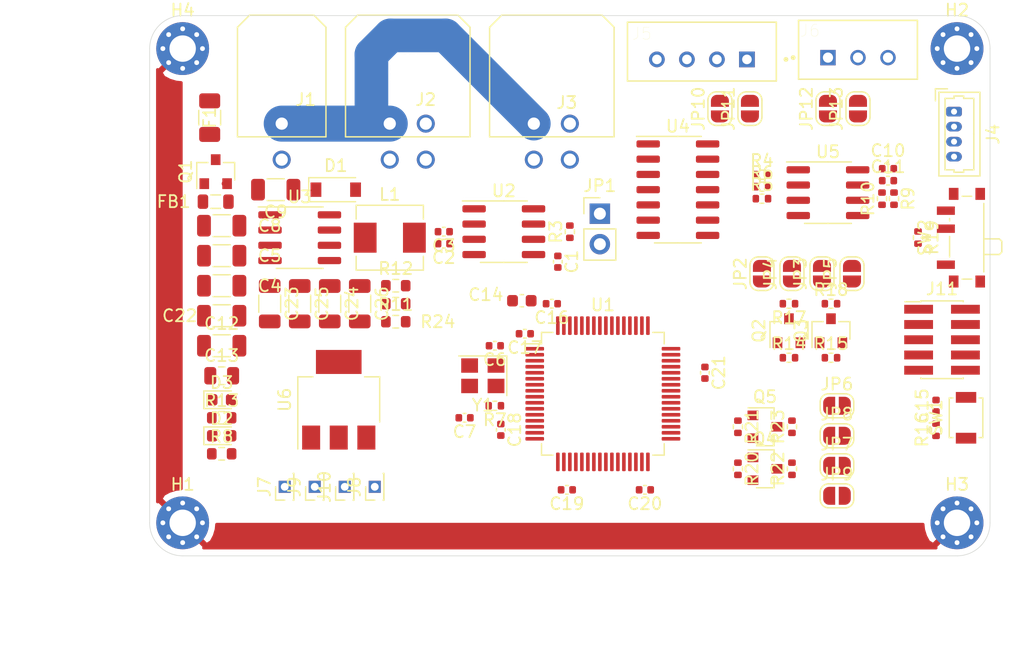
<source format=kicad_pcb>
(kicad_pcb (version 20171130) (host pcbnew 5.1.9-73d0e3b20d~88~ubuntu18.04.1)
  (title_block (title "Collision Avoidance Main Board") (date 2021-01-20) (rev V1.0) (company "Laboratório de Sistemas Autónomos") (comment 2 "Carlos Jorge Vieira da Silva"))
  (layers (0 F.Cu signal) (1 In1.Cu power hide) (2 In2.Cu power hide) (31 B.Cu signal) (34 B.Paste user) (35 F.Paste user) (36 B.SilkS user) (37 F.SilkS user) (38 B.Mask user) (39 F.Mask user hide) (44 Edge.Cuts user))
  (net 0 "")
  (net 1 GND)
  (net 2 +3V3)
  (net 3 +5V)
  (net 4 "Net-(C4-Pad1)")
  (net 5 HSE_IN)
  (net 6 "Net-(C7-Pad1)")
  (net 7 "Net-(C9-Pad1)")
  (net 8 "Net-(C9-Pad2)")
  (net 9 NRST)
  (net 10 "Net-(C22-Pad1)")
  (net 11 "Net-(C23-Pad2)")
  (net 12 "Net-(C23-Pad1)")
  (net 13 "Net-(D2-Pad1)")
  (net 14 LED_STATUS)
  (net 15 "Net-(D3-Pad1)")
  (net 16 "Net-(F1-Pad1)")
  (net 17 +12V)
  (net 18 "Net-(FB1-Pad1)")
  (net 19 CAN_L)
  (net 20 CAN_H)
  (net 21 UART2_Tx)
  (net 22 UART2_Rx)
  (net 23 Tx_Dynamixel)
  (net 24 Rx_Dynamixel)
  (net 25 Rx_PC)
  (net 26 Tx_PC)
  (net 27 SWDIO)
  (net 28 SWCLK)
  (net 29 SWO)
  (net 30 "Net-(J11-Pad7)")
  (net 31 "Net-(J11-Pad8)")
  (net 32 "Net-(JP1-Pad1)")
  (net 33 UART3_Tx_5V)
  (net 34 UART3_Tx_TTL)
  (net 35 UART3_Rx_5V)
  (net 36 UART3_Rx_TTL)
  (net 37 UART_Tx_485)
  (net 38 UART_Rx_485)
  (net 39 UART1_Tx_5V)
  (net 40 UART1_Rx_5V)
  (net 41 RS485_Tx_OUT)
  (net 42 RS485_Rx_OUT)
  (net 43 UART3_Tx)
  (net 44 UART3_Rx)
  (net 45 UART1_Tx)
  (net 46 UART1_Rx)
  (net 47 RS485_DIR_CTRL)
  (net 48 HSE_OUT)
  (net 49 "Net-(R12-Pad2)")
  (net 50 BOOT0)
  (net 51 "Net-(R19-Pad1)")
  (net 52 "Net-(U1-Pad2)")
  (net 53 "Net-(U1-Pad3)")
  (net 54 "Net-(U1-Pad4)")
  (net 55 "Net-(U1-Pad8)")
  (net 56 "Net-(U1-Pad9)")
  (net 57 "Net-(U1-Pad10)")
  (net 58 "Net-(U1-Pad11)")
  (net 59 "Net-(U1-Pad15)")
  (net 60 "Net-(U1-Pad20)")
  (net 61 "Net-(U1-Pad21)")
  (net 62 "Net-(U1-Pad22)")
  (net 63 "Net-(U1-Pad23)")
  (net 64 "Net-(U1-Pad24)")
  (net 65 "Net-(U1-Pad25)")
  (net 66 "Net-(U1-Pad26)")
  (net 67 "Net-(U1-Pad27)")
  (net 68 "Net-(U1-Pad28)")
  (net 69 "Net-(U1-Pad29)")
  (net 70 "Net-(U1-Pad30)")
  (net 71 "Net-(U1-Pad34)")
  (net 72 MOT_CTRL1)
  (net 73 MOT_CTRL2)
  (net 74 "Net-(U1-Pad37)")
  (net 75 "Net-(U1-Pad38)")
  (net 76 "Net-(U1-Pad39)")
  (net 77 "Net-(U1-Pad40)")
  (net 78 "Net-(U1-Pad41)")
  (net 79 "Net-(U1-Pad44)")
  (net 80 "Net-(U1-Pad45)")
  (net 81 "Net-(U1-Pad50)")
  (net 82 "Net-(U1-Pad53)")
  (net 83 "Net-(U1-Pad54)")
  (net 84 "Net-(U1-Pad56)")
  (net 85 "Net-(U1-Pad57)")
  (net 86 "Net-(U1-Pad58)")
  (net 87 "Net-(U1-Pad59)")
  (net 88 CAN_Rx)
  (net 89 CAN_Tx)
  (net 90 "Net-(U3-Pad3)")
  (net 91 "Net-(U4-Pad8)")
  (net 92 "Net-(U4-Pad9)")
  (net 93 "Net-(U4-Pad10)")
  (net 94 "Net-(U4-Pad11)")
  (net 95 "Net-(U4-Pad12)")
  (net 96 "Net-(U4-Pad13)")
  (module Capacitor_SMD:C_0402_1005Metric (layer F.Cu) (at 147.25 98.25 270)
    (fp_text reference C1 (at 0 -1.16 90) (layer F.SilkS))
    (fp_text value 0.1u)
    (pad 2 smd roundrect (at 0.48 0 270) (size 0.56 0.62) (layers F.Cu F.Paste F.Mask) (net 1 GND))
    (pad 1 smd roundrect (at -0.48 0 270) (size 0.56 0.62) (layers F.Cu F.Paste F.Mask) (net 2 +3V3))
  )
  (module Capacitor_SMD:C_0402_1005Metric (layer F.Cu) (at 137.75 96.75 180)
    (fp_text reference C2 (at 0 -1.16) (layer F.SilkS))
    (fp_text value 0.1u)
    (pad 2 smd roundrect (at 0.48 0 180) (size 0.56 0.62) (layers F.Cu F.Paste F.Mask) (net 1 GND))
    (pad 1 smd roundrect (at -0.48 0 180) (size 0.56 0.62) (layers F.Cu F.Paste F.Mask) (net 3 +5V))
  )
  (module Capacitor_SMD:C_0402_1005Metric (layer F.Cu) (at 137.75 95.75 180)
    (fp_text reference C3 (at 0 -1.16) (layer F.SilkS))
    (fp_text value 10u)
    (pad 1 smd roundrect (at -0.48 0 180) (size 0.56 0.62) (layers F.Cu F.Paste F.Mask) (net 3 +5V))
    (pad 2 smd roundrect (at 0.48 0 180) (size 0.56 0.62) (layers F.Cu F.Paste F.Mask) (net 1 GND))
  )
  (module Capacitor_SMD:C_1206_3216Metric (layer F.Cu) (at 119.25 100.25 180)
    (fp_text reference C4 (at -4 0) (layer F.SilkS))
    (fp_text value 4u7)
    (pad 1 smd roundrect (at -1.475 0 180) (size 1.15 1.8) (layers F.Cu F.Paste F.Mask) (roundrect_rratio 0.217391) (net 4 "Net-(C4-Pad1)"))
    (pad 2 smd roundrect (at 1.475 0 180) (size 1.15 1.8) (layers F.Cu F.Paste F.Mask) (roundrect_rratio 0.217391) (net 1 GND))
  )
  (module Capacitor_SMD:C_1206_3216Metric (layer F.Cu) (at 119.25 97.75 180)
    (fp_text reference C5 (at -4 0) (layer F.SilkS))
    (fp_text value 4u7)
    (pad 1 smd roundrect (at -1.475 0 180) (size 1.15 1.8) (layers F.Cu F.Paste F.Mask) (roundrect_rratio 0.217391) (net 4 "Net-(C4-Pad1)"))
    (pad 2 smd roundrect (at 1.475 0 180) (size 1.15 1.8) (layers F.Cu F.Paste F.Mask) (roundrect_rratio 0.217391) (net 1 GND))
  )
  (module Capacitor_SMD:C_0402_1005Metric (layer F.Cu) (at 142 105.25 180)
    (fp_text reference C6 (at 0 -1.16) (layer F.SilkS))
    (fp_text value 12p)
    (pad 1 smd roundrect (at -0.48 0 180) (size 0.56 0.62) (layers F.Cu F.Paste F.Mask) (net 5 HSE_IN))
    (pad 2 smd roundrect (at 0.48 0 180) (size 0.56 0.62) (layers F.Cu F.Paste F.Mask) (net 1 GND))
  )
  (module Capacitor_SMD:C_0402_1005Metric (layer F.Cu) (at 139.48 111.25 180)
    (fp_text reference C7 (at 0 -1.16) (layer F.SilkS))
    (fp_text value 12p)
    (pad 2 smd roundrect (at 0.48 0 180) (size 0.56 0.62) (layers F.Cu F.Paste F.Mask) (net 1 GND))
    (pad 1 smd roundrect (at -0.48 0 180) (size 0.56 0.62) (layers F.Cu F.Paste F.Mask) (net 6 "Net-(C7-Pad1)"))
  )
  (module Capacitor_SMD:C_1206_3216Metric (layer F.Cu) (at 119.25 95.25 180)
    (fp_text reference C8 (at -4 0) (layer F.SilkS))
    (fp_text value 0.01u)
    (pad 1 smd roundrect (at -1.475 0 180) (size 1.15 1.8) (layers F.Cu F.Paste F.Mask) (roundrect_rratio 0.217391) (net 4 "Net-(C4-Pad1)"))
    (pad 2 smd roundrect (at 1.475 0 180) (size 1.15 1.8) (layers F.Cu F.Paste F.Mask) (roundrect_rratio 0.217391) (net 1 GND))
  )
  (module Capacitor_SMD:C_1206_3216Metric (layer F.Cu) (at 123.75 92.25 180)
    (fp_text reference C9 (at 0 -1.85) (layer F.SilkS))
    (fp_text value 0.1u)
    (pad 1 smd roundrect (at -1.475 0 180) (size 1.15 1.8) (layers F.Cu F.Paste F.Mask) (roundrect_rratio 0.217391) (net 7 "Net-(C9-Pad1)"))
    (pad 2 smd roundrect (at 1.475 0 180) (size 1.15 1.8) (layers F.Cu F.Paste F.Mask) (roundrect_rratio 0.217391) (net 8 "Net-(C9-Pad2)"))
  )
  (module Capacitor_SMD:C_0402_1005Metric (layer F.Cu) (at 174.75 90.5)
    (fp_text reference C10 (at 0 -1.5) (layer F.SilkS))
    (fp_text value 10u)
    (pad 2 smd roundrect (at 0.48 0) (size 0.56 0.62) (layers F.Cu F.Paste F.Mask) (net 1 GND))
    (pad 1 smd roundrect (at -0.48 0) (size 0.56 0.62) (layers F.Cu F.Paste F.Mask) (net 3 +5V))
  )
  (module Capacitor_SMD:C_0402_1005Metric (layer F.Cu) (at 174.75 91.5)
    (fp_text reference C11 (at 0 -1.16) (layer F.SilkS))
    (fp_text value 0.1u)
    (pad 1 smd roundrect (at -0.48 0) (size 0.56 0.62) (layers F.Cu F.Paste F.Mask) (net 3 +5V))
    (pad 2 smd roundrect (at 0.48 0) (size 0.56 0.62) (layers F.Cu F.Paste F.Mask) (net 1 GND))
  )
  (module Capacitor_SMD:C_1206_3216Metric (layer F.Cu) (at 119.25 105.25)
    (fp_text reference C12 (at 0 -1.85) (layer F.SilkS))
    (fp_text value 0.1u)
    (pad 2 smd roundrect (at 1.475 0) (size 1.15 1.8) (layers F.Cu F.Paste F.Mask) (roundrect_rratio 0.217391) (net 1 GND))
    (pad 1 smd roundrect (at -1.475 0) (size 1.15 1.8) (layers F.Cu F.Paste F.Mask) (roundrect_rratio 0.217391) (net 3 +5V))
  )
  (module Capacitor_SMD:C_0805_2012Metric (layer F.Cu) (at 119.25 107.75)
    (fp_text reference C13 (at 0 -1.68) (layer F.SilkS))
    (fp_text value 22uF)
    (pad 1 smd roundrect (at -0.95 0) (size 1 1.45) (layers F.Cu F.Paste F.Mask) (net 2 +3V3))
    (pad 2 smd roundrect (at 0.95 0) (size 1 1.45) (layers F.Cu F.Paste F.Mask) (net 1 GND))
  )
  (module Capacitor_SMD:C_0603_1608Metric (layer F.Cu) (at 144.25 101.5 180)
    (fp_text reference C14 (at 3 0.5) (layer F.SilkS))
    (fp_text value 4u7)
    (pad 1 smd roundrect (at -0.775 0 180) (size 0.9 0.95) (layers F.Cu F.Paste F.Mask) (net 2 +3V3))
    (pad 2 smd roundrect (at 0.775 0 180) (size 0.9 0.95) (layers F.Cu F.Paste F.Mask) (net 1 GND))
  )
  (module Capacitor_SMD:C_0402_1005Metric (layer F.Cu) (at 178.75 110.25 90)
    (fp_text reference C15 (at 0 -1.16 90) (layer F.SilkS))
    (fp_text value 100n)
    (pad 2 smd roundrect (at 0.48 0 90) (size 0.56 0.62) (layers F.Cu F.Paste F.Mask) (net 1 GND))
    (pad 1 smd roundrect (at -0.48 0 90) (size 0.56 0.62) (layers F.Cu F.Paste F.Mask) (net 9 NRST))
  )
  (module Capacitor_SMD:C_0402_1005Metric (layer F.Cu) (at 146.75 101.75 180)
    (fp_text reference C16 (at 0 -1.16) (layer F.SilkS))
    (fp_text value 100n)
    (pad 1 smd roundrect (at -0.48 0 180) (size 0.56 0.62) (layers F.Cu F.Paste F.Mask) (net 2 +3V3))
    (pad 2 smd roundrect (at 0.48 0 180) (size 0.56 0.62) (layers F.Cu F.Paste F.Mask) (net 1 GND))
  )
  (module Capacitor_SMD:C_0402_1005Metric (layer F.Cu) (at 144.5 104.25 180)
    (fp_text reference C17 (at 0 -1.16) (layer F.SilkS))
    (fp_text value 100n)
    (pad 2 smd roundrect (at 0.48 0 180) (size 0.56 0.62) (layers F.Cu F.Paste F.Mask) (net 1 GND))
    (pad 1 smd roundrect (at -0.48 0 180) (size 0.56 0.62) (layers F.Cu F.Paste F.Mask) (net 2 +3V3))
  )
  (module Capacitor_SMD:C_0402_1005Metric (layer F.Cu) (at 142.5 112.25 270)
    (fp_text reference C18 (at 0 -1.16 90) (layer F.SilkS))
    (fp_text value 100n)
    (pad 1 smd roundrect (at -0.48 0 270) (size 0.56 0.62) (layers F.Cu F.Paste F.Mask) (net 2 +3V3))
    (pad 2 smd roundrect (at 0.48 0 270) (size 0.56 0.62) (layers F.Cu F.Paste F.Mask) (net 1 GND))
  )
  (module Capacitor_SMD:C_0402_1005Metric (layer F.Cu) (at 148 117.25 180)
    (fp_text reference C19 (at 0 -1.16) (layer F.SilkS))
    (fp_text value 100n)
    (pad 1 smd roundrect (at -0.48 0 180) (size 0.56 0.62) (layers F.Cu F.Paste F.Mask) (net 2 +3V3))
    (pad 2 smd roundrect (at 0.48 0 180) (size 0.56 0.62) (layers F.Cu F.Paste F.Mask) (net 1 GND))
  )
  (module Capacitor_SMD:C_0402_1005Metric (layer F.Cu) (at 154.5 117.25 180)
    (fp_text reference C20 (at 0 -1.16) (layer F.SilkS))
    (fp_text value 100n)
    (pad 2 smd roundrect (at 0.48 0 180) (size 0.56 0.62) (layers F.Cu F.Paste F.Mask) (net 1 GND))
    (pad 1 smd roundrect (at -0.48 0 180) (size 0.56 0.62) (layers F.Cu F.Paste F.Mask) (net 2 +3V3))
  )
  (module Capacitor_SMD:C_0402_1005Metric (layer F.Cu) (at 159.5 107.5 270)
    (fp_text reference C21 (at 0 -1.16 90) (layer F.SilkS))
    (fp_text value 100n)
    (pad 1 smd roundrect (at -0.48 0 270) (size 0.56 0.62) (layers F.Cu F.Paste F.Mask) (net 2 +3V3))
    (pad 2 smd roundrect (at 0.48 0 270) (size 0.56 0.62) (layers F.Cu F.Paste F.Mask) (net 1 GND))
  )
  (module Capacitor_SMD:C_1206_3216Metric (layer F.Cu) (at 119.25 102.75 180)
    (fp_text reference C22 (at 3.5 0) (layer F.SilkS))
    (fp_text value 0.01u)
    (pad 2 smd roundrect (at 1.475 0 180) (size 1.15 1.8) (layers F.Cu F.Paste F.Mask) (roundrect_rratio 0.217391) (net 1 GND))
    (pad 1 smd roundrect (at -1.475 0 180) (size 1.15 1.8) (layers F.Cu F.Paste F.Mask) (roundrect_rratio 0.217391) (net 10 "Net-(C22-Pad1)"))
  )
  (module Capacitor_SMD:C_1206_3216Metric (layer F.Cu) (at 123.25 101.75 270)
    (fp_text reference C23 (at 0 -1.85 90) (layer F.SilkS))
    (fp_text value 4700p)
    (pad 2 smd roundrect (at 1.475 0 270) (size 1.15 1.8) (layers F.Cu F.Paste F.Mask) (roundrect_rratio 0.217391) (net 11 "Net-(C23-Pad2)"))
    (pad 1 smd roundrect (at -1.475 0 270) (size 1.15 1.8) (layers F.Cu F.Paste F.Mask) (roundrect_rratio 0.217391) (net 12 "Net-(C23-Pad1)"))
  )
  (module Capacitor_SMD:C_1206_3216Metric (layer F.Cu) (at 128.25 101.75 270)
    (fp_text reference C24 (at 0 -1.85 90) (layer F.SilkS))
    (fp_text value 33u)
    (pad 1 smd roundrect (at -1.475 0 270) (size 1.15 1.8) (layers F.Cu F.Paste F.Mask) (roundrect_rratio 0.217391) (net 3 +5V))
    (pad 2 smd roundrect (at 1.475 0 270) (size 1.15 1.8) (layers F.Cu F.Paste F.Mask) (roundrect_rratio 0.217391) (net 1 GND))
  )
  (module Capacitor_SMD:C_1206_3216Metric (layer F.Cu) (at 125.75 101.75 270)
    (fp_text reference C25 (at 0 -1.85 90) (layer F.SilkS))
    (fp_text value 39p)
    (pad 2 smd roundrect (at 1.475 0 270) (size 1.15 1.8) (layers F.Cu F.Paste F.Mask) (roundrect_rratio 0.217391) (net 1 GND))
    (pad 1 smd roundrect (at -1.475 0 270) (size 1.15 1.8) (layers F.Cu F.Paste F.Mask) (roundrect_rratio 0.217391) (net 12 "Net-(C23-Pad1)"))
  )
  (module Capacitor_SMD:C_1206_3216Metric (layer F.Cu) (at 130.75 101.75 270)
    (fp_text reference C26 (at 0 -1.85 90) (layer F.SilkS))
    (fp_text value 33u)
    (pad 2 smd roundrect (at 1.475 0 270) (size 1.15 1.8) (layers F.Cu F.Paste F.Mask) (roundrect_rratio 0.217391) (net 1 GND))
    (pad 1 smd roundrect (at -1.475 0 270) (size 1.15 1.8) (layers F.Cu F.Paste F.Mask) (roundrect_rratio 0.217391) (net 3 +5V))
  )
  (module Diode_SMD:D_SOD-123 (layer F.Cu) (at 128.75 92.25)
    (fp_text reference D1 (at 0 -2) (layer F.SilkS))
    (fp_text value B5819W)
    (pad 1 smd rect (at -1.65 0) (size 0.9 1.2) (layers F.Cu F.Paste F.Mask) (net 7 "Net-(C9-Pad1)"))
    (pad 2 smd rect (at 1.65 0) (size 0.9 1.2) (layers F.Cu F.Paste F.Mask) (net 1 GND))
  )
  (module LED_SMD:LED_0603_1608Metric (layer F.Cu) (at 119.25 112.75)
    (fp_text reference D2 (at 0 -1.43) (layer F.SilkS))
    (fp_text value BLUE)
    (pad 1 smd roundrect (at -0.7875 0) (size 0.875 0.95) (layers F.Cu F.Paste F.Mask) (net 13 "Net-(D2-Pad1)"))
    (pad 2 smd roundrect (at 0.7875 0) (size 0.875 0.95) (layers F.Cu F.Paste F.Mask) (net 14 LED_STATUS))
  )
  (module LED_SMD:LED_0603_1608Metric (layer F.Cu) (at 119.25 109.75)
    (fp_text reference D3 (at 0 -1.43) (layer F.SilkS))
    (fp_text value GREEN)
    (pad 2 smd roundrect (at 0.7875 0) (size 0.875 0.95) (layers F.Cu F.Paste F.Mask) (net 2 +3V3))
    (pad 1 smd roundrect (at -0.7875 0) (size 0.875 0.95) (layers F.Cu F.Paste F.Mask) (net 15 "Net-(D3-Pad1)"))
  )
  (module Fuse:Fuse_1206_3216Metric (layer F.Cu) (at 118.25 86.25 90)
    (fp_text reference F1 (at 0 0 270) (layer F.SilkS))
    (fp_text value 1.2A)
    (pad 1 smd roundrect (at -1.4 0 90) (size 1.25 1.75) (layers F.Cu F.Paste F.Mask) (roundrect_rratio 0.2) (net 16 "Net-(F1-Pad1)"))
    (pad 2 smd roundrect (at 1.4 0 90) (size 1.25 1.75) (layers F.Cu F.Paste F.Mask) (roundrect_rratio 0.2) (net 17 +12V))
  )
  (module Inductor_SMD:L_0805_2012Metric (layer F.Cu) (at 118.75 93.25)
    (fp_text reference FB1 (at -3.5 0) (layer F.SilkS))
    (fp_text value 600@600MHz)
    (pad 1 smd roundrect (at -1.0625 0) (size 0.875 1.2) (layers F.Cu F.Paste F.Mask) (net 18 "Net-(FB1-Pad1)"))
    (pad 2 smd roundrect (at 1.0625 0) (size 0.875 1.2) (layers F.Cu F.Paste F.Mask) (net 4 "Net-(C4-Pad1)"))
  )
  (module MountingHole:MountingHole_2.2mm_M2_Pad_Via (layer F.Cu) (at 116 120)
    (fp_text reference H1 (at 0 -3.2) (layer F.SilkS))
    (fp_text value M2)
    (pad 1 thru_hole circle (at 0 0) (size 4.4 4.4) (drill 2.2) (layers *.Cu *.Mask) (net 1 GND))
    (pad 1 thru_hole circle (at 1.65 0) (size 0.7 0.7) (drill 0.4) (layers *.Cu *.Mask) (net 1 GND))
    (pad 1 thru_hole circle (at 1.166726 1.166726) (size 0.7 0.7) (drill 0.4) (layers *.Cu *.Mask) (net 1 GND))
    (pad 1 thru_hole circle (at 0 1.65) (size 0.7 0.7) (drill 0.4) (layers *.Cu *.Mask) (net 1 GND))
    (pad 1 thru_hole circle (at -1.166726 1.166726) (size 0.7 0.7) (drill 0.4) (layers *.Cu *.Mask) (net 1 GND))
    (pad 1 thru_hole circle (at -1.65 0) (size 0.7 0.7) (drill 0.4) (layers *.Cu *.Mask) (net 1 GND))
    (pad 1 thru_hole circle (at -1.166726 -1.166726) (size 0.7 0.7) (drill 0.4) (layers *.Cu *.Mask) (net 1 GND))
    (pad 1 thru_hole circle (at 0 -1.65) (size 0.7 0.7) (drill 0.4) (layers *.Cu *.Mask) (net 1 GND))
    (pad 1 thru_hole circle (at 1.166726 -1.166726) (size 0.7 0.7) (drill 0.4) (layers *.Cu *.Mask) (net 1 GND))
  )
  (module MountingHole:MountingHole_2.2mm_M2_Pad_Via (layer F.Cu) (at 180.5 80.5)
    (fp_text reference H2 (at 0 -3.2) (layer F.SilkS))
    (fp_text value M2)
    (pad 1 thru_hole circle (at 1.166726 -1.166726) (size 0.7 0.7) (drill 0.4) (layers *.Cu *.Mask) (net 1 GND))
    (pad 1 thru_hole circle (at 0 -1.65) (size 0.7 0.7) (drill 0.4) (layers *.Cu *.Mask) (net 1 GND))
    (pad 1 thru_hole circle (at -1.166726 -1.166726) (size 0.7 0.7) (drill 0.4) (layers *.Cu *.Mask) (net 1 GND))
    (pad 1 thru_hole circle (at -1.65 0) (size 0.7 0.7) (drill 0.4) (layers *.Cu *.Mask) (net 1 GND))
    (pad 1 thru_hole circle (at -1.166726 1.166726) (size 0.7 0.7) (drill 0.4) (layers *.Cu *.Mask) (net 1 GND))
    (pad 1 thru_hole circle (at 0 1.65) (size 0.7 0.7) (drill 0.4) (layers *.Cu *.Mask) (net 1 GND))
    (pad 1 thru_hole circle (at 1.166726 1.166726) (size 0.7 0.7) (drill 0.4) (layers *.Cu *.Mask) (net 1 GND))
    (pad 1 thru_hole circle (at 1.65 0) (size 0.7 0.7) (drill 0.4) (layers *.Cu *.Mask) (net 1 GND))
    (pad 1 thru_hole circle (at 0 0) (size 4.4 4.4) (drill 2.2) (layers *.Cu *.Mask) (net 1 GND))
  )
  (module MountingHole:MountingHole_2.2mm_M2_Pad_Via (layer F.Cu) (at 180.5 120)
    (fp_text reference H3 (at 0 -3.2) (layer F.SilkS))
    (fp_text value M2)
    (pad 1 thru_hole circle (at 0 0) (size 4.4 4.4) (drill 2.2) (layers *.Cu *.Mask) (net 1 GND))
    (pad 1 thru_hole circle (at 1.65 0) (size 0.7 0.7) (drill 0.4) (layers *.Cu *.Mask) (net 1 GND))
    (pad 1 thru_hole circle (at 1.166726 1.166726) (size 0.7 0.7) (drill 0.4) (layers *.Cu *.Mask) (net 1 GND))
    (pad 1 thru_hole circle (at 0 1.65) (size 0.7 0.7) (drill 0.4) (layers *.Cu *.Mask) (net 1 GND))
    (pad 1 thru_hole circle (at -1.166726 1.166726) (size 0.7 0.7) (drill 0.4) (layers *.Cu *.Mask) (net 1 GND))
    (pad 1 thru_hole circle (at -1.65 0) (size 0.7 0.7) (drill 0.4) (layers *.Cu *.Mask) (net 1 GND))
    (pad 1 thru_hole circle (at -1.166726 -1.166726) (size 0.7 0.7) (drill 0.4) (layers *.Cu *.Mask) (net 1 GND))
    (pad 1 thru_hole circle (at 0 -1.65) (size 0.7 0.7) (drill 0.4) (layers *.Cu *.Mask) (net 1 GND))
    (pad 1 thru_hole circle (at 1.166726 -1.166726) (size 0.7 0.7) (drill 0.4) (layers *.Cu *.Mask) (net 1 GND))
  )
  (module MountingHole:MountingHole_2.2mm_M2_Pad_Via (layer F.Cu) (at 116 80.5)
    (fp_text reference H4 (at 0 -3.2) (layer F.SilkS))
    (fp_text value M2)
    (pad 1 thru_hole circle (at 1.166726 -1.166726) (size 0.7 0.7) (drill 0.4) (layers *.Cu *.Mask) (net 1 GND))
    (pad 1 thru_hole circle (at 0 -1.65) (size 0.7 0.7) (drill 0.4) (layers *.Cu *.Mask) (net 1 GND))
    (pad 1 thru_hole circle (at -1.166726 -1.166726) (size 0.7 0.7) (drill 0.4) (layers *.Cu *.Mask) (net 1 GND))
    (pad 1 thru_hole circle (at -1.65 0) (size 0.7 0.7) (drill 0.4) (layers *.Cu *.Mask) (net 1 GND))
    (pad 1 thru_hole circle (at -1.166726 1.166726) (size 0.7 0.7) (drill 0.4) (layers *.Cu *.Mask) (net 1 GND))
    (pad 1 thru_hole circle (at 0 1.65) (size 0.7 0.7) (drill 0.4) (layers *.Cu *.Mask) (net 1 GND))
    (pad 1 thru_hole circle (at 1.166726 1.166726) (size 0.7 0.7) (drill 0.4) (layers *.Cu *.Mask) (net 1 GND))
    (pad 1 thru_hole circle (at 1.65 0) (size 0.7 0.7) (drill 0.4) (layers *.Cu *.Mask) (net 1 GND))
    (pad 1 thru_hole circle (at 0 0) (size 4.4 4.4) (drill 2.2) (layers *.Cu *.Mask) (net 1 GND))
  )
  (module Connector_Molex:Molex_Micro-Fit_3.0_43045-0200_2x01_P3.00mm_Horizontal (layer F.Cu) (at 124.25 86.75)
    (fp_text reference J1 (at 2 -2) (layer F.SilkS))
    (fp_text value Power_Input_12V)
    (pad "" np_thru_hole circle (at 0 -4.32) (size 3 3) (drill 3) (layers *.Cu *.Mask))
    (pad 1 thru_hole roundrect (at 0 0) (size 1.5 1.5) (drill 1.02) (layers *.Cu *.Mask) (roundrect_rratio 0.166667) (net 17 +12V))
    (pad 2 thru_hole circle (at 0 3) (size 1.5 1.5) (drill 1.02) (layers *.Cu *.Mask) (net 1 GND))
  )
  (module Connector_Molex:Molex_Micro-Fit_3.0_43045-0400_2x02_P3.00mm_Horizontal (layer F.Cu) (at 133.25 86.75)
    (fp_text reference J2 (at 3 -2) (layer F.SilkS))
    (fp_text value CAN_IN)
    (pad 4 thru_hole circle (at 3 3) (size 1.5 1.5) (drill 1.02) (layers *.Cu *.Mask) (net 1 GND))
    (pad 3 thru_hole circle (at 0 3) (size 1.5 1.5) (drill 1.02) (layers *.Cu *.Mask) (net 19 CAN_L))
    (pad 2 thru_hole circle (at 3 0) (size 1.5 1.5) (drill 1.02) (layers *.Cu *.Mask) (net 20 CAN_H))
    (pad 1 thru_hole roundrect (at 0 0) (size 1.5 1.5) (drill 1.02) (layers *.Cu *.Mask) (roundrect_rratio 0.166667) (net 17 +12V))
    (pad "" np_thru_hole circle (at 1.5 -4.32) (size 3 3) (drill 3) (layers *.Cu *.Mask))
  )
  (module Connector_Molex:Molex_Micro-Fit_3.0_43045-0400_2x02_P3.00mm_Horizontal (layer F.Cu) (at 145.25 86.75)
    (fp_text reference J3 (at 2.75 -1.75) (layer F.SilkS))
    (fp_text value CAN_OUT)
    (pad "" np_thru_hole circle (at 1.5 -4.32) (size 3 3) (drill 3) (layers *.Cu *.Mask))
    (pad 1 thru_hole roundrect (at 0 0) (size 1.5 1.5) (drill 1.02) (layers *.Cu *.Mask) (roundrect_rratio 0.166667) (net 17 +12V))
    (pad 2 thru_hole circle (at 3 0) (size 1.5 1.5) (drill 1.02) (layers *.Cu *.Mask) (net 20 CAN_H))
    (pad 3 thru_hole circle (at 0 3) (size 1.5 1.5) (drill 1.02) (layers *.Cu *.Mask) (net 19 CAN_L))
    (pad 4 thru_hole circle (at 3 3) (size 1.5 1.5) (drill 1.02) (layers *.Cu *.Mask) (net 1 GND))
  )
  (module Connector_Molex:Molex_PicoBlade_53047-0410_1x04_P1.25mm_Vertical (layer F.Cu) (at 180.25 85.75 270)
    (fp_text reference J4 (at 1.88 -3.25 90) (layer F.SilkS))
    (fp_text value LiDAR)
    (pad 1 thru_hole roundrect (at 0 0 270) (size 0.8 1.3) (drill 0.5) (layers *.Cu *.Mask) (net 3 +5V))
    (pad 2 thru_hole oval (at 1.25 0 270) (size 0.8 1.3) (drill 0.5) (layers *.Cu *.Mask) (net 21 UART2_Tx))
    (pad 3 thru_hole oval (at 2.5 0 270) (size 0.8 1.3) (drill 0.5) (layers *.Cu *.Mask) (net 22 UART2_Rx))
    (pad 4 thru_hole oval (at 3.75 0 270) (size 0.8 1.3) (drill 0.5) (layers *.Cu *.Mask) (net 1 GND))
  )
  (module local:MOLEX_22-03-5045 (layer F.Cu) (at 159.25 80.75 180)
    (fp_text reference J5 (at 5 1.5) (layer F.SilkS) (effects (font (size 1.001331 1.001331) (thickness 0.015))))
    (fp_text value Dynamixel)
    (pad 4 thru_hole circle (at 3.75 -0.65 180) (size 1.308 1.308) (drill 0.8) (layers *.Cu *.Mask) (net 24 Rx_Dynamixel))
    (pad 3 thru_hole circle (at 1.25 -0.65 180) (size 1.308 1.308) (drill 0.8) (layers *.Cu *.Mask) (net 23 Tx_Dynamixel))
    (pad 2 thru_hole circle (at -1.25 -0.65 180) (size 1.308 1.308) (drill 0.8) (layers *.Cu *.Mask) (net 1 GND))
    (pad 1 thru_hole rect (at -3.75 -0.65 180) (size 1.308 1.308) (drill 0.8) (layers *.Cu *.Mask) (net 17 +12V))
  )
  (module local:MOLEX_22-03-5035 (layer F.Cu) (at 169.75 81.25)
    (fp_text reference J6 (at -1.5 -2.25) (layer F.SilkS) (effects (font (size 1.001331 1.001331) (thickness 0.015))))
    (fp_text value PC)
    (pad 1 thru_hole rect (at 0 0) (size 1.28 1.28) (drill 0.85) (layers *.Cu *.Mask) (net 26 Tx_PC))
    (pad 2 thru_hole circle (at 2.5 0) (size 1.28 1.28) (drill 0.85) (layers *.Cu *.Mask) (net 25 Rx_PC))
    (pad 3 thru_hole circle (at 5 0) (size 1.28 1.28) (drill 0.85) (layers *.Cu *.Mask) (net 1 GND))
  )
  (module Connector_PinHeader_1.27mm:PinHeader_1x01_P1.27mm_Vertical (layer F.Cu) (at 124.5 117 90)
    (fp_text reference J7 (at 0 -1.695 90) (layer F.SilkS))
    (fp_text value 3V3)
    (pad 1 thru_hole rect (at 0 0 90) (size 1 1) (drill 0.65) (layers *.Cu *.Mask) (net 2 +3V3))
  )
  (module Connector_PinHeader_1.27mm:PinHeader_1x01_P1.27mm_Vertical (layer F.Cu) (at 132 117 90)
    (fp_text reference J8 (at 0 -1.695 90) (layer F.SilkS))
    (fp_text value 5V)
    (pad 1 thru_hole rect (at 0 0 90) (size 1 1) (drill 0.65) (layers *.Cu *.Mask) (net 3 +5V))
  )
  (module Connector_PinHeader_1.27mm:PinHeader_1x01_P1.27mm_Vertical (layer F.Cu) (at 127 117 90)
    (fp_text reference J9 (at 0 -1.695 90) (layer F.SilkS))
    (fp_text value 12V)
    (pad 1 thru_hole rect (at 0 0 90) (size 1 1) (drill 0.65) (layers *.Cu *.Mask) (net 17 +12V))
  )
  (module Connector_PinHeader_1.27mm:PinHeader_1x01_P1.27mm_Vertical (layer F.Cu) (at 129.5 117 90)
    (fp_text reference J10 (at 0 -1.695 90) (layer F.SilkS))
    (fp_text value GND)
    (pad 1 thru_hole rect (at 0 0 90) (size 1 1) (drill 0.65) (layers *.Cu *.Mask) (net 1 GND))
  )
  (module Connector_PinHeader_1.27mm:PinHeader_2x05_P1.27mm_Vertical_SMD (layer F.Cu) (at 179.25 104.75)
    (fp_text reference J11 (at 0 -4.235) (layer F.SilkS))
    (fp_text value SWD)
    (pad 1 smd rect (at -1.95 -2.54) (size 2.4 0.74) (layers F.Cu F.Paste F.Mask) (net 2 +3V3))
    (pad 2 smd rect (at 1.95 -2.54) (size 2.4 0.74) (layers F.Cu F.Paste F.Mask) (net 27 SWDIO))
    (pad 3 smd rect (at -1.95 -1.27) (size 2.4 0.74) (layers F.Cu F.Paste F.Mask) (net 1 GND))
    (pad 4 smd rect (at 1.95 -1.27) (size 2.4 0.74) (layers F.Cu F.Paste F.Mask) (net 28 SWCLK))
    (pad 5 smd rect (at -1.95 0) (size 2.4 0.74) (layers F.Cu F.Paste F.Mask) (net 1 GND))
    (pad 6 smd rect (at 1.95 0) (size 2.4 0.74) (layers F.Cu F.Paste F.Mask) (net 29 SWO))
    (pad 7 smd rect (at -1.95 1.27) (size 2.4 0.74) (layers F.Cu F.Paste F.Mask) (net 30 "Net-(J11-Pad7)"))
    (pad 8 smd rect (at 1.95 1.27) (size 2.4 0.74) (layers F.Cu F.Paste F.Mask) (net 31 "Net-(J11-Pad8)"))
    (pad 9 smd rect (at -1.95 2.54) (size 2.4 0.74) (layers F.Cu F.Paste F.Mask) (net 1 GND))
    (pad 10 smd rect (at 1.95 2.54) (size 2.4 0.74) (layers F.Cu F.Paste F.Mask) (net 9 NRST))
  )
  (module Connector_PinHeader_2.54mm:PinHeader_1x02_P2.54mm_Vertical (layer F.Cu) (at 150.75 94.25)
    (fp_text reference JP1 (at 0 -2.33) (layer F.SilkS))
    (fp_text value Jumper_2_Open)
    (pad 1 thru_hole rect (at 0 0) (size 1.7 1.7) (drill 1) (layers *.Cu *.Mask) (net 32 "Net-(JP1-Pad1)"))
    (pad 2 thru_hole oval (at 0 2.54) (size 1.7 1.7) (drill 1) (layers *.Cu *.Mask) (net 20 CAN_H))
  )
  (module Jumper:SolderJumper-2_P1.3mm_Open_RoundedPad1.0x1.5mm (layer F.Cu) (at 164.25 99.25 90)
    (fp_text reference JP2 (at 0 -1.8 90) (layer F.SilkS))
    (fp_text value SolderJumper_2_Open)
    (pad 1 smd custom (at -0.65 0 90) (size 1 0.5) (layers F.Cu F.Mask) (net 33 UART3_Tx_5V) (options (clearance outline) (anchor rect)) (primitives (gr_circle (center 0 0.25) (end 0.5 0.25) (width 0)) (gr_circle (center 0 -0.25) (end 0.5 -0.25) (width 0)) (gr_poly (pts (xy 0 -0.75) (xy 0.5 -0.75) (xy 0.5 0.75) (xy 0 0.75)) (width 0))))
    (pad 2 smd custom (at 0.65 0 90) (size 1 0.5) (layers F.Cu F.Mask) (net 34 UART3_Tx_TTL) (options (clearance outline) (anchor rect)) (primitives (gr_circle (center 0 0.25) (end 0.5 0.25) (width 0)) (gr_circle (center 0 -0.25) (end 0.5 -0.25) (width 0)) (gr_poly (pts (xy 0 -0.75) (xy -0.5 -0.75) (xy -0.5 0.75) (xy 0 0.75)) (width 0))))
  )
  (module Jumper:SolderJumper-2_P1.3mm_Open_RoundedPad1.0x1.5mm (layer F.Cu) (at 169.25 99.25 90)
    (fp_text reference JP3 (at 0 -1.8 90) (layer F.SilkS))
    (fp_text value SolderJumper_2_Open)
    (pad 1 smd custom (at -0.65 0 90) (size 1 0.5) (layers F.Cu F.Mask) (net 35 UART3_Rx_5V) (options (clearance outline) (anchor rect)) (primitives (gr_circle (center 0 0.25) (end 0.5 0.25) (width 0)) (gr_circle (center 0 -0.25) (end 0.5 -0.25) (width 0)) (gr_poly (pts (xy 0 -0.75) (xy 0.5 -0.75) (xy 0.5 0.75) (xy 0 0.75)) (width 0))))
    (pad 2 smd custom (at 0.65 0 90) (size 1 0.5) (layers F.Cu F.Mask) (net 36 UART3_Rx_TTL) (options (clearance outline) (anchor rect)) (primitives (gr_circle (center 0 0.25) (end 0.5 0.25) (width 0)) (gr_circle (center 0 -0.25) (end 0.5 -0.25) (width 0)) (gr_poly (pts (xy 0 -0.75) (xy -0.5 -0.75) (xy -0.5 0.75) (xy 0 0.75)) (width 0))))
  )
  (module Jumper:SolderJumper-2_P1.3mm_Open_RoundedPad1.0x1.5mm (layer F.Cu) (at 166.75 99.25 90)
    (fp_text reference JP4 (at 0 -1.8 90) (layer F.SilkS))
    (fp_text value SolderJumper_2_Open)
    (pad 2 smd custom (at 0.65 0 90) (size 1 0.5) (layers F.Cu F.Mask) (net 37 UART_Tx_485) (options (clearance outline) (anchor rect)) (primitives (gr_circle (center 0 0.25) (end 0.5 0.25) (width 0)) (gr_circle (center 0 -0.25) (end 0.5 -0.25) (width 0)) (gr_poly (pts (xy 0 -0.75) (xy -0.5 -0.75) (xy -0.5 0.75) (xy 0 0.75)) (width 0))))
    (pad 1 smd custom (at -0.65 0 90) (size 1 0.5) (layers F.Cu F.Mask) (net 33 UART3_Tx_5V) (options (clearance outline) (anchor rect)) (primitives (gr_circle (center 0 0.25) (end 0.5 0.25) (width 0)) (gr_circle (center 0 -0.25) (end 0.5 -0.25) (width 0)) (gr_poly (pts (xy 0 -0.75) (xy 0.5 -0.75) (xy 0.5 0.75) (xy 0 0.75)) (width 0))))
  )
  (module Jumper:SolderJumper-2_P1.3mm_Open_RoundedPad1.0x1.5mm (layer F.Cu) (at 171.75 99.25 90)
    (fp_text reference JP5 (at 0 -1.8 90) (layer F.SilkS))
    (fp_text value SolderJumper_2_Open)
    (pad 1 smd custom (at -0.65 0 90) (size 1 0.5) (layers F.Cu F.Mask) (net 35 UART3_Rx_5V) (options (clearance outline) (anchor rect)) (primitives (gr_circle (center 0 0.25) (end 0.5 0.25) (width 0)) (gr_circle (center 0 -0.25) (end 0.5 -0.25) (width 0)) (gr_poly (pts (xy 0 -0.75) (xy 0.5 -0.75) (xy 0.5 0.75) (xy 0 0.75)) (width 0))))
    (pad 2 smd custom (at 0.65 0 90) (size 1 0.5) (layers F.Cu F.Mask) (net 38 UART_Rx_485) (options (clearance outline) (anchor rect)) (primitives (gr_circle (center 0 0.25) (end 0.5 0.25) (width 0)) (gr_circle (center 0 -0.25) (end 0.5 -0.25) (width 0)) (gr_poly (pts (xy 0 -0.75) (xy -0.5 -0.75) (xy -0.5 0.75) (xy 0 0.75)) (width 0))))
  )
  (module Jumper:SolderJumper-2_P1.3mm_Open_RoundedPad1.0x1.5mm (layer F.Cu) (at 170.5 110.25)
    (fp_text reference JP6 (at 0 -1.8) (layer F.SilkS))
    (fp_text value SolderJumper_2_Open)
    (pad 1 smd custom (at -0.65 0) (size 1 0.5) (layers F.Cu F.Mask) (net 39 UART1_Tx_5V) (options (clearance outline) (anchor rect)) (primitives (gr_circle (center 0 0.25) (end 0.5 0.25) (width 0)) (gr_circle (center 0 -0.25) (end 0.5 -0.25) (width 0)) (gr_poly (pts (xy 0 -0.75) (xy 0.5 -0.75) (xy 0.5 0.75) (xy 0 0.75)) (width 0))))
    (pad 2 smd custom (at 0.65 0) (size 1 0.5) (layers F.Cu F.Mask) (net 26 Tx_PC) (options (clearance outline) (anchor rect)) (primitives (gr_circle (center 0 0.25) (end 0.5 0.25) (width 0)) (gr_circle (center 0 -0.25) (end 0.5 -0.25) (width 0)) (gr_poly (pts (xy 0 -0.75) (xy -0.5 -0.75) (xy -0.5 0.75) (xy 0 0.75)) (width 0))))
  )
  (module Jumper:SolderJumper-2_P1.3mm_Open_RoundedPad1.0x1.5mm (layer F.Cu) (at 170.5 115.25)
    (fp_text reference JP7 (at 0 -1.8) (layer F.SilkS))
    (fp_text value SolderJumper_2_Open)
    (pad 2 smd custom (at 0.65 0) (size 1 0.5) (layers F.Cu F.Mask) (net 25 Rx_PC) (options (clearance outline) (anchor rect)) (primitives (gr_circle (center 0 0.25) (end 0.5 0.25) (width 0)) (gr_circle (center 0 -0.25) (end 0.5 -0.25) (width 0)) (gr_poly (pts (xy 0 -0.75) (xy -0.5 -0.75) (xy -0.5 0.75) (xy 0 0.75)) (width 0))))
    (pad 1 smd custom (at -0.65 0) (size 1 0.5) (layers F.Cu F.Mask) (net 40 UART1_Rx_5V) (options (clearance outline) (anchor rect)) (primitives (gr_circle (center 0 0.25) (end 0.5 0.25) (width 0)) (gr_circle (center 0 -0.25) (end 0.5 -0.25) (width 0)) (gr_poly (pts (xy 0 -0.75) (xy 0.5 -0.75) (xy 0.5 0.75) (xy 0 0.75)) (width 0))))
  )
  (module Jumper:SolderJumper-2_P1.3mm_Open_RoundedPad1.0x1.5mm (layer F.Cu) (at 170.5 112.75)
    (fp_text reference JP8 (at 0 -1.8) (layer F.SilkS))
    (fp_text value SolderJumper_2_Open)
    (pad 2 smd custom (at 0.65 0) (size 1 0.5) (layers F.Cu F.Mask) (net 37 UART_Tx_485) (options (clearance outline) (anchor rect)) (primitives (gr_circle (center 0 0.25) (end 0.5 0.25) (width 0)) (gr_circle (center 0 -0.25) (end 0.5 -0.25) (width 0)) (gr_poly (pts (xy 0 -0.75) (xy -0.5 -0.75) (xy -0.5 0.75) (xy 0 0.75)) (width 0))))
    (pad 1 smd custom (at -0.65 0) (size 1 0.5) (layers F.Cu F.Mask) (net 39 UART1_Tx_5V) (options (clearance outline) (anchor rect)) (primitives (gr_circle (center 0 0.25) (end 0.5 0.25) (width 0)) (gr_circle (center 0 -0.25) (end 0.5 -0.25) (width 0)) (gr_poly (pts (xy 0 -0.75) (xy 0.5 -0.75) (xy 0.5 0.75) (xy 0 0.75)) (width 0))))
  )
  (module Jumper:SolderJumper-2_P1.3mm_Open_RoundedPad1.0x1.5mm (layer F.Cu) (at 170.5 117.75)
    (fp_text reference JP9 (at 0 -1.8) (layer F.SilkS))
    (fp_text value SolderJumper_2_Open)
    (pad 1 smd custom (at -0.65 0) (size 1 0.5) (layers F.Cu F.Mask) (net 40 UART1_Rx_5V) (options (clearance outline) (anchor rect)) (primitives (gr_circle (center 0 0.25) (end 0.5 0.25) (width 0)) (gr_circle (center 0 -0.25) (end 0.5 -0.25) (width 0)) (gr_poly (pts (xy 0 -0.75) (xy 0.5 -0.75) (xy 0.5 0.75) (xy 0 0.75)) (width 0))))
    (pad 2 smd custom (at 0.65 0) (size 1 0.5) (layers F.Cu F.Mask) (net 38 UART_Rx_485) (options (clearance outline) (anchor rect)) (primitives (gr_circle (center 0 0.25) (end 0.5 0.25) (width 0)) (gr_circle (center 0 -0.25) (end 0.5 -0.25) (width 0)) (gr_poly (pts (xy 0 -0.75) (xy -0.5 -0.75) (xy -0.5 0.75) (xy 0 0.75)) (width 0))))
  )
  (module Jumper:SolderJumper-2_P1.3mm_Open_RoundedPad1.0x1.5mm (layer F.Cu) (at 160.75 85.5 90)
    (fp_text reference JP10 (at 0 -1.8 90) (layer F.SilkS))
    (fp_text value SolderJumper_2_Open)
    (pad 2 smd custom (at 0.65 0 90) (size 1 0.5) (layers F.Cu F.Mask) (net 23 Tx_Dynamixel) (options (clearance outline) (anchor rect)) (primitives (gr_circle (center 0 0.25) (end 0.5 0.25) (width 0)) (gr_circle (center 0 -0.25) (end 0.5 -0.25) (width 0)) (gr_poly (pts (xy 0 -0.75) (xy -0.5 -0.75) (xy -0.5 0.75) (xy 0 0.75)) (width 0))))
    (pad 1 smd custom (at -0.65 0 90) (size 1 0.5) (layers F.Cu F.Mask) (net 41 RS485_Tx_OUT) (options (clearance outline) (anchor rect)) (primitives (gr_circle (center 0 0.25) (end 0.5 0.25) (width 0)) (gr_circle (center 0 -0.25) (end 0.5 -0.25) (width 0)) (gr_poly (pts (xy 0 -0.75) (xy 0.5 -0.75) (xy 0.5 0.75) (xy 0 0.75)) (width 0))))
  )
  (module Jumper:SolderJumper-2_P1.3mm_Open_RoundedPad1.0x1.5mm (layer F.Cu) (at 163.25 85.5 90)
    (fp_text reference JP11 (at 0 -1.8 90) (layer F.SilkS))
    (fp_text value SolderJumper_2_Open)
    (pad 1 smd custom (at -0.65 0 90) (size 1 0.5) (layers F.Cu F.Mask) (net 42 RS485_Rx_OUT) (options (clearance outline) (anchor rect)) (primitives (gr_circle (center 0 0.25) (end 0.5 0.25) (width 0)) (gr_circle (center 0 -0.25) (end 0.5 -0.25) (width 0)) (gr_poly (pts (xy 0 -0.75) (xy 0.5 -0.75) (xy 0.5 0.75) (xy 0 0.75)) (width 0))))
    (pad 2 smd custom (at 0.65 0 90) (size 1 0.5) (layers F.Cu F.Mask) (net 24 Rx_Dynamixel) (options (clearance outline) (anchor rect)) (primitives (gr_circle (center 0 0.25) (end 0.5 0.25) (width 0)) (gr_circle (center 0 -0.25) (end 0.5 -0.25) (width 0)) (gr_poly (pts (xy 0 -0.75) (xy -0.5 -0.75) (xy -0.5 0.75) (xy 0 0.75)) (width 0))))
  )
  (module Jumper:SolderJumper-2_P1.3mm_Open_RoundedPad1.0x1.5mm (layer F.Cu) (at 169.75 85.5 90)
    (fp_text reference JP12 (at 0 -1.8 90) (layer F.SilkS))
    (fp_text value SolderJumper_2_Open)
    (pad 2 smd custom (at 0.65 0 90) (size 1 0.5) (layers F.Cu F.Mask) (net 26 Tx_PC) (options (clearance outline) (anchor rect)) (primitives (gr_circle (center 0 0.25) (end 0.5 0.25) (width 0)) (gr_circle (center 0 -0.25) (end 0.5 -0.25) (width 0)) (gr_poly (pts (xy 0 -0.75) (xy -0.5 -0.75) (xy -0.5 0.75) (xy 0 0.75)) (width 0))))
    (pad 1 smd custom (at -0.65 0 90) (size 1 0.5) (layers F.Cu F.Mask) (net 41 RS485_Tx_OUT) (options (clearance outline) (anchor rect)) (primitives (gr_circle (center 0 0.25) (end 0.5 0.25) (width 0)) (gr_circle (center 0 -0.25) (end 0.5 -0.25) (width 0)) (gr_poly (pts (xy 0 -0.75) (xy 0.5 -0.75) (xy 0.5 0.75) (xy 0 0.75)) (width 0))))
  )
  (module Jumper:SolderJumper-2_P1.3mm_Open_RoundedPad1.0x1.5mm (layer F.Cu) (at 172.25 85.5 90)
    (fp_text reference JP13 (at 0 -1.8 90) (layer F.SilkS))
    (fp_text value SolderJumper_2_Open)
    (pad 2 smd custom (at 0.65 0 90) (size 1 0.5) (layers F.Cu F.Mask) (net 25 Rx_PC) (options (clearance outline) (anchor rect)) (primitives (gr_circle (center 0 0.25) (end 0.5 0.25) (width 0)) (gr_circle (center 0 -0.25) (end 0.5 -0.25) (width 0)) (gr_poly (pts (xy 0 -0.75) (xy -0.5 -0.75) (xy -0.5 0.75) (xy 0 0.75)) (width 0))))
    (pad 1 smd custom (at -0.65 0 90) (size 1 0.5) (layers F.Cu F.Mask) (net 42 RS485_Rx_OUT) (options (clearance outline) (anchor rect)) (primitives (gr_circle (center 0 0.25) (end 0.5 0.25) (width 0)) (gr_circle (center 0 -0.25) (end 0.5 -0.25) (width 0)) (gr_poly (pts (xy 0 -0.75) (xy 0.5 -0.75) (xy 0.5 0.75) (xy 0 0.75)) (width 0))))
  )
  (module Inductor_SMD:L_Sunlord_MWSA0518_5.4x5.2mm (layer F.Cu) (at 133.25 96.25)
    (fp_text reference L1 (at 0 -3.6) (layer F.SilkS))
    (fp_text value 10u)
    (pad 1 smd rect (at -2.05 0) (size 1.9 2.5) (layers F.Cu F.Paste F.Mask) (net 7 "Net-(C9-Pad1)"))
    (pad 2 smd rect (at 2.05 0) (size 1.9 2.5) (layers F.Cu F.Paste F.Mask) (net 3 +5V))
  )
  (module Package_TO_SOT_SMD:SOT-23 (layer F.Cu) (at 118.75 90.75 90)
    (fp_text reference Q1 (at 0 -2.5 90) (layer F.SilkS))
    (fp_text value AO3401A)
    (pad 1 smd rect (at -1 -0.95 90) (size 0.9 0.8) (layers F.Cu F.Paste F.Mask) (net 1 GND))
    (pad 2 smd rect (at -1 0.95 90) (size 0.9 0.8) (layers F.Cu F.Paste F.Mask) (net 18 "Net-(FB1-Pad1)"))
    (pad 3 smd rect (at 1 0 90) (size 0.9 0.8) (layers F.Cu F.Paste F.Mask) (net 16 "Net-(F1-Pad1)"))
  )
  (module Package_TO_SOT_SMD:SOT-23 (layer F.Cu) (at 166.5 104 90)
    (fp_text reference Q2 (at 0 -2.5 90) (layer F.SilkS))
    (fp_text value BSS138)
    (pad 3 smd rect (at 1 0 90) (size 0.9 0.8) (layers F.Cu F.Paste F.Mask) (net 33 UART3_Tx_5V))
    (pad 2 smd rect (at -1 0.95 90) (size 0.9 0.8) (layers F.Cu F.Paste F.Mask) (net 43 UART3_Tx))
    (pad 1 smd rect (at -1 -0.95 90) (size 0.9 0.8) (layers F.Cu F.Paste F.Mask) (net 2 +3V3))
  )
  (module Package_TO_SOT_SMD:SOT-23 (layer F.Cu) (at 170 104 90)
    (fp_text reference Q3 (at 0 -2.5 90) (layer F.SilkS))
    (fp_text value BSS138)
    (pad 1 smd rect (at -1 -0.95 90) (size 0.9 0.8) (layers F.Cu F.Paste F.Mask) (net 2 +3V3))
    (pad 2 smd rect (at -1 0.95 90) (size 0.9 0.8) (layers F.Cu F.Paste F.Mask) (net 44 UART3_Rx))
    (pad 3 smd rect (at 1 0 90) (size 0.9 0.8) (layers F.Cu F.Paste F.Mask) (net 35 UART3_Rx_5V))
  )
  (module Package_TO_SOT_SMD:SOT-23 (layer F.Cu) (at 164.5 115.5)
    (fp_text reference Q4 (at 0 -2.5) (layer F.SilkS))
    (fp_text value BSS138)
    (pad 1 smd rect (at -1 -0.95) (size 0.9 0.8) (layers F.Cu F.Paste F.Mask) (net 2 +3V3))
    (pad 2 smd rect (at -1 0.95) (size 0.9 0.8) (layers F.Cu F.Paste F.Mask) (net 45 UART1_Tx))
    (pad 3 smd rect (at 1 0) (size 0.9 0.8) (layers F.Cu F.Paste F.Mask) (net 39 UART1_Tx_5V))
  )
  (module Package_TO_SOT_SMD:SOT-23 (layer F.Cu) (at 164.5 112)
    (fp_text reference Q5 (at 0 -2.5) (layer F.SilkS))
    (fp_text value BSS138)
    (pad 3 smd rect (at 1 0) (size 0.9 0.8) (layers F.Cu F.Paste F.Mask) (net 40 UART1_Rx_5V))
    (pad 2 smd rect (at -1 0.95) (size 0.9 0.8) (layers F.Cu F.Paste F.Mask) (net 46 UART1_Rx))
    (pad 1 smd rect (at -1 -0.95) (size 0.9 0.8) (layers F.Cu F.Paste F.Mask) (net 2 +3V3))
  )
  (module Resistor_SMD:R_0402_1005Metric (layer F.Cu) (at 148.25 95.75 90)
    (fp_text reference R3 (at 0 -1.17 270) (layer F.SilkS))
    (fp_text value 120)
    (pad 2 smd roundrect (at 0.51 0 90) (size 0.54 0.64) (layers F.Cu F.Paste F.Mask) (net 19 CAN_L))
    (pad 1 smd roundrect (at -0.51 0 90) (size 0.54 0.64) (layers F.Cu F.Paste F.Mask) (net 32 "Net-(JP1-Pad1)"))
  )
  (module Resistor_SMD:R_0402_1005Metric (layer F.Cu) (at 164.25 91)
    (fp_text reference R4 (at 0 -1.17) (layer F.SilkS))
    (fp_text value 10k)
    (pad 1 smd roundrect (at -0.51 0) (size 0.54 0.64) (layers F.Cu F.Paste F.Mask) (net 3 +5V))
    (pad 2 smd roundrect (at 0.51 0) (size 0.54 0.64) (layers F.Cu F.Paste F.Mask) (net 38 UART_Rx_485))
  )
  (module Resistor_SMD:R_0402_1005Metric (layer F.Cu) (at 164.25 93)
    (fp_text reference R5 (at 0 -1.17) (layer F.SilkS))
    (fp_text value 10k)
    (pad 2 smd roundrect (at 0.51 0) (size 0.54 0.64) (layers F.Cu F.Paste F.Mask) (net 37 UART_Tx_485))
    (pad 1 smd roundrect (at -0.51 0) (size 0.54 0.64) (layers F.Cu F.Paste F.Mask) (net 3 +5V))
  )
  (module Resistor_SMD:R_0402_1005Metric (layer F.Cu) (at 164.25 92)
    (fp_text reference R6 (at 0 -1.17) (layer F.SilkS))
    (fp_text value 10k)
    (pad 1 smd roundrect (at -0.51 0) (size 0.54 0.64) (layers F.Cu F.Paste F.Mask) (net 3 +5V))
    (pad 2 smd roundrect (at 0.51 0) (size 0.54 0.64) (layers F.Cu F.Paste F.Mask) (net 47 RS485_DIR_CTRL))
  )
  (module Resistor_SMD:R_0402_1005Metric (layer F.Cu) (at 142 110.25 180)
    (fp_text reference R7 (at 0 -1.17) (layer F.SilkS))
    (fp_text value 47)
    (pad 1 smd roundrect (at -0.51 0 180) (size 0.54 0.64) (layers F.Cu F.Paste F.Mask) (net 48 HSE_OUT))
    (pad 2 smd roundrect (at 0.51 0 180) (size 0.54 0.64) (layers F.Cu F.Paste F.Mask) (net 6 "Net-(C7-Pad1)"))
  )
  (module Resistor_SMD:R_0603_1608Metric (layer F.Cu) (at 119.25 114.25)
    (fp_text reference R8 (at 0 -1.43) (layer F.SilkS))
    (fp_text value 1k)
    (pad 1 smd roundrect (at -0.825 0) (size 0.8 0.95) (layers F.Cu F.Paste F.Mask) (net 13 "Net-(D2-Pad1)"))
    (pad 2 smd roundrect (at 0.825 0) (size 0.8 0.95) (layers F.Cu F.Paste F.Mask) (net 1 GND))
  )
  (module Resistor_SMD:R_0402_1005Metric (layer F.Cu) (at 175.25 93 270)
    (fp_text reference R9 (at 0 -1.17 90) (layer F.SilkS))
    (fp_text value 20k)
    (pad 2 smd roundrect (at 0.51 0 270) (size 0.54 0.64) (layers F.Cu F.Paste F.Mask) (net 41 RS485_Tx_OUT))
    (pad 1 smd roundrect (at -0.51 0 270) (size 0.54 0.64) (layers F.Cu F.Paste F.Mask) (net 3 +5V))
  )
  (module Resistor_SMD:R_0402_1005Metric (layer F.Cu) (at 174.25 93 90)
    (fp_text reference R10 (at 0 -1.17 90) (layer F.SilkS))
    (fp_text value 20k)
    (pad 1 smd roundrect (at -0.51 0 90) (size 0.54 0.64) (layers F.Cu F.Paste F.Mask) (net 42 RS485_Rx_OUT))
    (pad 2 smd roundrect (at 0.51 0 90) (size 0.54 0.64) (layers F.Cu F.Paste F.Mask) (net 1 GND))
  )
  (module Resistor_SMD:R_0603_1608Metric (layer F.Cu) (at 133.75 103.25)
    (fp_text reference R11 (at 0 -1.43) (layer F.SilkS))
    (fp_text value 49.9k)
    (pad 1 smd roundrect (at -0.825 0) (size 0.8 0.95) (layers F.Cu F.Paste F.Mask) (net 11 "Net-(C23-Pad2)"))
    (pad 2 smd roundrect (at 0.825 0) (size 0.8 0.95) (layers F.Cu F.Paste F.Mask) (net 1 GND))
  )
  (module Resistor_SMD:R_0603_1608Metric (layer F.Cu) (at 133.75 100.25)
    (fp_text reference R12 (at 0 -1.43) (layer F.SilkS))
    (fp_text value 10k)
    (pad 2 smd roundrect (at 0.825 0) (size 0.8 0.95) (layers F.Cu F.Paste F.Mask) (net 49 "Net-(R12-Pad2)"))
    (pad 1 smd roundrect (at -0.825 0) (size 0.8 0.95) (layers F.Cu F.Paste F.Mask) (net 3 +5V))
  )
  (module Resistor_SMD:R_0603_1608Metric (layer F.Cu) (at 119.25 111.25)
    (fp_text reference R13 (at 0 -1.43) (layer F.SilkS))
    (fp_text value 220)
    (pad 2 smd roundrect (at 0.825 0) (size 0.8 0.95) (layers F.Cu F.Paste F.Mask) (net 1 GND))
    (pad 1 smd roundrect (at -0.825 0) (size 0.8 0.95) (layers F.Cu F.Paste F.Mask) (net 15 "Net-(D3-Pad1)"))
  )
  (module Resistor_SMD:R_0402_1005Metric (layer F.Cu) (at 166.5 106.25)
    (fp_text reference R14 (at 0 -1.17) (layer F.SilkS))
    (fp_text value 10k)
    (pad 1 smd roundrect (at -0.51 0) (size 0.54 0.64) (layers F.Cu F.Paste F.Mask) (net 2 +3V3))
    (pad 2 smd roundrect (at 0.51 0) (size 0.54 0.64) (layers F.Cu F.Paste F.Mask) (net 43 UART3_Tx))
  )
  (module Resistor_SMD:R_0402_1005Metric (layer F.Cu) (at 170 106.25)
    (fp_text reference R15 (at 0 -1.17) (layer F.SilkS))
    (fp_text value 10k)
    (pad 1 smd roundrect (at -0.51 0) (size 0.54 0.64) (layers F.Cu F.Paste F.Mask) (net 2 +3V3))
    (pad 2 smd roundrect (at 0.51 0) (size 0.54 0.64) (layers F.Cu F.Paste F.Mask) (net 44 UART3_Rx))
  )
  (module Resistor_SMD:R_0402_1005Metric (layer F.Cu) (at 178.75 112.25 90)
    (fp_text reference R16 (at 0 -1.17 90) (layer F.SilkS))
    (fp_text value 10k)
    (pad 1 smd roundrect (at -0.51 0 90) (size 0.54 0.64) (layers F.Cu F.Paste F.Mask) (net 2 +3V3))
    (pad 2 smd roundrect (at 0.51 0 90) (size 0.54 0.64) (layers F.Cu F.Paste F.Mask) (net 9 NRST))
  )
  (module Resistor_SMD:R_0402_1005Metric (layer F.Cu) (at 166.5 101.75 180)
    (fp_text reference R17 (at 0 -1.17) (layer F.SilkS))
    (fp_text value 10k)
    (pad 2 smd roundrect (at 0.51 0 180) (size 0.54 0.64) (layers F.Cu F.Paste F.Mask) (net 33 UART3_Tx_5V))
    (pad 1 smd roundrect (at -0.51 0 180) (size 0.54 0.64) (layers F.Cu F.Paste F.Mask) (net 3 +5V))
  )
  (module Resistor_SMD:R_0402_1005Metric (layer F.Cu) (at 170 101.75)
    (fp_text reference R18 (at 0 -1.17) (layer F.SilkS))
    (fp_text value 10k)
    (pad 1 smd roundrect (at -0.51 0) (size 0.54 0.64) (layers F.Cu F.Paste F.Mask) (net 3 +5V))
    (pad 2 smd roundrect (at 0.51 0) (size 0.54 0.64) (layers F.Cu F.Paste F.Mask) (net 35 UART3_Rx_5V))
  )
  (module Resistor_SMD:R_0402_1005Metric (layer F.Cu) (at 177.25 96.24 270)
    (fp_text reference R19 (at 0 -1.17 90) (layer F.SilkS))
    (fp_text value 10k)
    (pad 2 smd roundrect (at 0.51 0 270) (size 0.54 0.64) (layers F.Cu F.Paste F.Mask) (net 50 BOOT0))
    (pad 1 smd roundrect (at -0.51 0 270) (size 0.54 0.64) (layers F.Cu F.Paste F.Mask) (net 51 "Net-(R19-Pad1)"))
  )
  (module Resistor_SMD:R_0402_1005Metric (layer F.Cu) (at 162.25 115.5 270)
    (fp_text reference R20 (at 0 -1.17 90) (layer F.SilkS))
    (fp_text value 10k)
    (pad 1 smd roundrect (at -0.51 0 270) (size 0.54 0.64) (layers F.Cu F.Paste F.Mask) (net 2 +3V3))
    (pad 2 smd roundrect (at 0.51 0 270) (size 0.54 0.64) (layers F.Cu F.Paste F.Mask) (net 45 UART1_Tx))
  )
  (module Resistor_SMD:R_0402_1005Metric (layer F.Cu) (at 162.25 112 270)
    (fp_text reference R21 (at 0 -1.17 90) (layer F.SilkS))
    (fp_text value 10k)
    (pad 1 smd roundrect (at -0.51 0 270) (size 0.54 0.64) (layers F.Cu F.Paste F.Mask) (net 2 +3V3))
    (pad 2 smd roundrect (at 0.51 0 270) (size 0.54 0.64) (layers F.Cu F.Paste F.Mask) (net 46 UART1_Rx))
  )
  (module Resistor_SMD:R_0402_1005Metric (layer F.Cu) (at 166.75 115.5 90)
    (fp_text reference R22 (at 0 -1.17 90) (layer F.SilkS))
    (fp_text value 10k)
    (pad 2 smd roundrect (at 0.51 0 90) (size 0.54 0.64) (layers F.Cu F.Paste F.Mask) (net 39 UART1_Tx_5V))
    (pad 1 smd roundrect (at -0.51 0 90) (size 0.54 0.64) (layers F.Cu F.Paste F.Mask) (net 3 +5V))
  )
  (module Resistor_SMD:R_0402_1005Metric (layer F.Cu) (at 166.75 112 90)
    (fp_text reference R23 (at 0 -1.17 90) (layer F.SilkS))
    (fp_text value 10k)
    (pad 2 smd roundrect (at 0.51 0 90) (size 0.54 0.64) (layers F.Cu F.Paste F.Mask) (net 40 UART1_Rx_5V))
    (pad 1 smd roundrect (at -0.51 0 90) (size 0.54 0.64) (layers F.Cu F.Paste F.Mask) (net 3 +5V))
  )
  (module Resistor_SMD:R_0603_1608Metric (layer F.Cu) (at 133.75 101.75)
    (fp_text reference R24 (at 3.5 1.5) (layer F.SilkS))
    (fp_text value 1.91k)
    (pad 1 smd roundrect (at -0.825 0) (size 0.8 0.95) (layers F.Cu F.Paste F.Mask) (net 49 "Net-(R12-Pad2)"))
    (pad 2 smd roundrect (at 0.825 0) (size 0.8 0.95) (layers F.Cu F.Paste F.Mask) (net 1 GND))
  )
  (module Button_Switch_SMD:SW_SPDT_PCM12 (layer F.Cu) (at 181 96.25 90)
    (fp_text reference SW2 (at 0 -3.2 90) (layer F.SilkS))
    (fp_text value SW_SPDT)
    (pad "" np_thru_hole circle (at -1.5 0.33 90) (size 0.9 0.9) (drill 0.9) (layers *.Cu *.Mask))
    (pad "" np_thru_hole circle (at 1.5 0.33 90) (size 0.9 0.9) (drill 0.9) (layers *.Cu *.Mask))
    (pad 1 smd rect (at -2.25 -1.43 90) (size 0.7 1.5) (layers F.Cu F.Paste F.Mask) (net 2 +3V3))
    (pad 2 smd rect (at 0.75 -1.43 90) (size 0.7 1.5) (layers F.Cu F.Paste F.Mask) (net 51 "Net-(R19-Pad1)"))
    (pad 3 smd rect (at 2.25 -1.43 90) (size 0.7 1.5) (layers F.Cu F.Paste F.Mask) (net 1 GND))
    (pad "" smd rect (at -3.65 1.43 90) (size 1 0.8) (layers F.Cu F.Paste F.Mask))
    (pad "" smd rect (at 3.65 1.43 90) (size 1 0.8) (layers F.Cu F.Paste F.Mask))
    (pad "" smd rect (at 3.65 -0.78 90) (size 1 0.8) (layers F.Cu F.Paste F.Mask))
    (pad "" smd rect (at -3.65 -0.78 90) (size 1 0.8) (layers F.Cu F.Paste F.Mask))
  )
  (module Package_QFP:LQFP-64_10x10mm_P0.5mm (layer F.Cu) (at 151 109.25)
    (fp_text reference U1 (at 0 -7.4) (layer F.SilkS))
    (fp_text value STM32F103RBTx)
    (pad 1 smd roundrect (at -5.675 -3.75) (size 1.55 0.3) (layers F.Cu F.Paste F.Mask) (net 2 +3V3))
    (pad 2 smd roundrect (at -5.675 -3.25) (size 1.55 0.3) (layers F.Cu F.Paste F.Mask) (net 52 "Net-(U1-Pad2)"))
    (pad 3 smd roundrect (at -5.675 -2.75) (size 1.55 0.3) (layers F.Cu F.Paste F.Mask) (net 53 "Net-(U1-Pad3)"))
    (pad 4 smd roundrect (at -5.675 -2.25) (size 1.55 0.3) (layers F.Cu F.Paste F.Mask) (net 54 "Net-(U1-Pad4)"))
    (pad 5 smd roundrect (at -5.675 -1.75) (size 1.55 0.3) (layers F.Cu F.Paste F.Mask) (net 5 HSE_IN))
    (pad 6 smd roundrect (at -5.675 -1.25) (size 1.55 0.3) (layers F.Cu F.Paste F.Mask) (net 48 HSE_OUT))
    (pad 7 smd roundrect (at -5.675 -0.75) (size 1.55 0.3) (layers F.Cu F.Paste F.Mask) (net 9 NRST))
    (pad 8 smd roundrect (at -5.675 -0.25) (size 1.55 0.3) (layers F.Cu F.Paste F.Mask) (net 55 "Net-(U1-Pad8)"))
    (pad 9 smd roundrect (at -5.675 0.25) (size 1.55 0.3) (layers F.Cu F.Paste F.Mask) (net 56 "Net-(U1-Pad9)"))
    (pad 10 smd roundrect (at -5.675 0.75) (size 1.55 0.3) (layers F.Cu F.Paste F.Mask) (net 57 "Net-(U1-Pad10)"))
    (pad 11 smd roundrect (at -5.675 1.25) (size 1.55 0.3) (layers F.Cu F.Paste F.Mask) (net 58 "Net-(U1-Pad11)"))
    (pad 12 smd roundrect (at -5.675 1.75) (size 1.55 0.3) (layers F.Cu F.Paste F.Mask) (net 1 GND))
    (pad 13 smd roundrect (at -5.675 2.25) (size 1.55 0.3) (layers F.Cu F.Paste F.Mask) (net 2 +3V3))
    (pad 14 smd roundrect (at -5.675 2.75) (size 1.55 0.3) (layers F.Cu F.Paste F.Mask) (net 14 LED_STATUS))
    (pad 15 smd roundrect (at -5.675 3.25) (size 1.55 0.3) (layers F.Cu F.Paste F.Mask) (net 59 "Net-(U1-Pad15)"))
    (pad 16 smd roundrect (at -5.675 3.75) (size 1.55 0.3) (layers F.Cu F.Paste F.Mask) (net 21 UART2_Tx))
    (pad 17 smd roundrect (at -3.75 5.675) (size 0.3 1.55) (layers F.Cu F.Paste F.Mask) (net 22 UART2_Rx))
    (pad 18 smd roundrect (at -3.25 5.675) (size 0.3 1.55) (layers F.Cu F.Paste F.Mask) (net 1 GND))
    (pad 19 smd roundrect (at -2.75 5.675) (size 0.3 1.55) (layers F.Cu F.Paste F.Mask) (net 2 +3V3))
    (pad 20 smd roundrect (at -2.25 5.675) (size 0.3 1.55) (layers F.Cu F.Paste F.Mask) (net 60 "Net-(U1-Pad20)"))
    (pad 21 smd roundrect (at -1.75 5.675) (size 0.3 1.55) (layers F.Cu F.Paste F.Mask) (net 61 "Net-(U1-Pad21)"))
    (pad 22 smd roundrect (at -1.25 5.675) (size 0.3 1.55) (layers F.Cu F.Paste F.Mask) (net 62 "Net-(U1-Pad22)"))
    (pad 23 smd roundrect (at -0.75 5.675) (size 0.3 1.55) (layers F.Cu F.Paste F.Mask) (net 63 "Net-(U1-Pad23)"))
    (pad 24 smd roundrect (at -0.25 5.675) (size 0.3 1.55) (layers F.Cu F.Paste F.Mask) (net 64 "Net-(U1-Pad24)"))
    (pad 25 smd roundrect (at 0.25 5.675) (size 0.3 1.55) (layers F.Cu F.Paste F.Mask) (net 65 "Net-(U1-Pad25)"))
    (pad 26 smd roundrect (at 0.75 5.675) (size 0.3 1.55) (layers F.Cu F.Paste F.Mask) (net 66 "Net-(U1-Pad26)"))
    (pad 27 smd roundrect (at 1.25 5.675) (size 0.3 1.55) (layers F.Cu F.Paste F.Mask) (net 67 "Net-(U1-Pad27)"))
    (pad 28 smd roundrect (at 1.75 5.675) (size 0.3 1.55) (layers F.Cu F.Paste F.Mask) (net 68 "Net-(U1-Pad28)"))
    (pad 29 smd roundrect (at 2.25 5.675) (size 0.3 1.55) (layers F.Cu F.Paste F.Mask) (net 69 "Net-(U1-Pad29)"))
    (pad 30 smd roundrect (at 2.75 5.675) (size 0.3 1.55) (layers F.Cu F.Paste F.Mask) (net 70 "Net-(U1-Pad30)"))
    (pad 31 smd roundrect (at 3.25 5.675) (size 0.3 1.55) (layers F.Cu F.Paste F.Mask) (net 1 GND))
    (pad 32 smd roundrect (at 3.75 5.675) (size 0.3 1.55) (layers F.Cu F.Paste F.Mask) (net 2 +3V3))
    (pad 33 smd roundrect (at 5.675 3.75) (size 1.55 0.3) (layers F.Cu F.Paste F.Mask) (net 47 RS485_DIR_CTRL))
    (pad 34 smd roundrect (at 5.675 3.25) (size 1.55 0.3) (layers F.Cu F.Paste F.Mask) (net 71 "Net-(U1-Pad34)"))
    (pad 35 smd roundrect (at 5.675 2.75) (size 1.55 0.3) (layers F.Cu F.Paste F.Mask) (net 72 MOT_CTRL1))
    (pad 36 smd roundrect (at 5.675 2.25) (size 1.55 0.3) (layers F.Cu F.Paste F.Mask) (net 73 MOT_CTRL2))
    (pad 37 smd roundrect (at 5.675 1.75) (size 1.55 0.3) (layers F.Cu F.Paste F.Mask) (net 74 "Net-(U1-Pad37)"))
    (pad 38 smd roundrect (at 5.675 1.25) (size 1.55 0.3) (layers F.Cu F.Paste F.Mask) (net 75 "Net-(U1-Pad38)"))
    (pad 39 smd roundrect (at 5.675 0.75) (size 1.55 0.3) (layers F.Cu F.Paste F.Mask) (net 76 "Net-(U1-Pad39)"))
    (pad 40 smd roundrect (at 5.675 0.25) (size 1.55 0.3) (layers F.Cu F.Paste F.Mask) (net 77 "Net-(U1-Pad40)"))
    (pad 41 smd roundrect (at 5.675 -0.25) (size 1.55 0.3) (layers F.Cu F.Paste F.Mask) (net 78 "Net-(U1-Pad41)"))
    (pad 42 smd roundrect (at 5.675 -0.75) (size 1.55 0.3) (layers F.Cu F.Paste F.Mask) (net 45 UART1_Tx))
    (pad 43 smd roundrect (at 5.675 -1.25) (size 1.55 0.3) (layers F.Cu F.Paste F.Mask) (net 46 UART1_Rx))
    (pad 44 smd roundrect (at 5.675 -1.75) (size 1.55 0.3) (layers F.Cu F.Paste F.Mask) (net 79 "Net-(U1-Pad44)"))
    (pad 45 smd roundrect (at 5.675 -2.25) (size 1.55 0.3) (layers F.Cu F.Paste F.Mask) (net 80 "Net-(U1-Pad45)"))
    (pad 46 smd roundrect (at 5.675 -2.75) (size 1.55 0.3) (layers F.Cu F.Paste F.Mask) (net 27 SWDIO))
    (pad 47 smd roundrect (at 5.675 -3.25) (size 1.55 0.3) (layers F.Cu F.Paste F.Mask) (net 1 GND))
    (pad 48 smd roundrect (at 5.675 -3.75) (size 1.55 0.3) (layers F.Cu F.Paste F.Mask) (net 2 +3V3))
    (pad 49 smd roundrect (at 3.75 -5.675) (size 0.3 1.55) (layers F.Cu F.Paste F.Mask) (net 28 SWCLK))
    (pad 50 smd roundrect (at 3.25 -5.675) (size 0.3 1.55) (layers F.Cu F.Paste F.Mask) (net 81 "Net-(U1-Pad50)"))
    (pad 51 smd roundrect (at 2.75 -5.675) (size 0.3 1.55) (layers F.Cu F.Paste F.Mask) (net 43 UART3_Tx))
    (pad 52 smd roundrect (at 2.25 -5.675) (size 0.3 1.55) (layers F.Cu F.Paste F.Mask) (net 44 UART3_Rx))
    (pad 53 smd roundrect (at 1.75 -5.675) (size 0.3 1.55) (layers F.Cu F.Paste F.Mask) (net 82 "Net-(U1-Pad53)"))
    (pad 54 smd roundrect (at 1.25 -5.675) (size 0.3 1.55) (layers F.Cu F.Paste F.Mask) (net 83 "Net-(U1-Pad54)"))
    (pad 55 smd roundrect (at 0.75 -5.675) (size 0.3 1.55) (layers F.Cu F.Paste F.Mask) (net 29 SWO))
    (pad 56 smd roundrect (at 0.25 -5.675) (size 0.3 1.55) (layers F.Cu F.Paste F.Mask) (net 84 "Net-(U1-Pad56)"))
    (pad 57 smd roundrect (at -0.25 -5.675) (size 0.3 1.55) (layers F.Cu F.Paste F.Mask) (net 85 "Net-(U1-Pad57)"))
    (pad 58 smd roundrect (at -0.75 -5.675) (size 0.3 1.55) (layers F.Cu F.Paste F.Mask) (net 86 "Net-(U1-Pad58)"))
    (pad 59 smd roundrect (at -1.25 -5.675) (size 0.3 1.55) (layers F.Cu F.Paste F.Mask) (net 87 "Net-(U1-Pad59)"))
    (pad 60 smd roundrect (at -1.75 -5.675) (size 0.3 1.55) (layers F.Cu F.Paste F.Mask) (net 50 BOOT0))
    (pad 61 smd roundrect (at -2.25 -5.675) (size 0.3 1.55) (layers F.Cu F.Paste F.Mask) (net 88 CAN_Rx))
    (pad 62 smd roundrect (at -2.75 -5.675) (size 0.3 1.55) (layers F.Cu F.Paste F.Mask) (net 89 CAN_Tx))
    (pad 63 smd roundrect (at -3.25 -5.675) (size 0.3 1.55) (layers F.Cu F.Paste F.Mask) (net 1 GND))
    (pad 64 smd roundrect (at -3.75 -5.675) (size 0.3 1.55) (layers F.Cu F.Paste F.Mask) (net 2 +3V3))
  )
  (module Package_SO:SOIC-8_3.9x4.9mm_P1.27mm (layer F.Cu) (at 142.75 95.75)
    (fp_text reference U2 (at 0 -3.4) (layer F.SilkS))
    (fp_text value TJA1051T-3)
    (pad 8 smd roundrect (at 2.475 -1.905) (size 1.95 0.6) (layers F.Cu F.Paste F.Mask) (net 1 GND))
    (pad 7 smd roundrect (at 2.475 -0.635) (size 1.95 0.6) (layers F.Cu F.Paste F.Mask) (net 20 CAN_H))
    (pad 6 smd roundrect (at 2.475 0.635) (size 1.95 0.6) (layers F.Cu F.Paste F.Mask) (net 19 CAN_L))
    (pad 5 smd roundrect (at 2.475 1.905) (size 1.95 0.6) (layers F.Cu F.Paste F.Mask) (net 2 +3V3))
    (pad 4 smd roundrect (at -2.475 1.905) (size 1.95 0.6) (layers F.Cu F.Paste F.Mask) (net 88 CAN_Rx))
    (pad 3 smd roundrect (at -2.475 0.635) (size 1.95 0.6) (layers F.Cu F.Paste F.Mask) (net 3 +5V))
    (pad 2 smd roundrect (at -2.475 -0.635) (size 1.95 0.6) (layers F.Cu F.Paste F.Mask) (net 1 GND))
    (pad 1 smd roundrect (at -2.475 -1.905) (size 1.95 0.6) (layers F.Cu F.Paste F.Mask) (net 89 CAN_Tx))
  )
  (module Package_SO:SOIC-8_3.9x4.9mm_P1.27mm (layer F.Cu) (at 125.75 96.25)
    (fp_text reference U3 (at 0 -3.4) (layer F.SilkS))
    (fp_text value TPS54331)
    (pad 1 smd roundrect (at -2.475 -1.905) (size 1.95 0.6) (layers F.Cu F.Paste F.Mask) (net 8 "Net-(C9-Pad2)"))
    (pad 2 smd roundrect (at -2.475 -0.635) (size 1.95 0.6) (layers F.Cu F.Paste F.Mask) (net 4 "Net-(C4-Pad1)"))
    (pad 3 smd roundrect (at -2.475 0.635) (size 1.95 0.6) (layers F.Cu F.Paste F.Mask) (net 90 "Net-(U3-Pad3)"))
    (pad 4 smd roundrect (at -2.475 1.905) (size 1.95 0.6) (layers F.Cu F.Paste F.Mask) (net 10 "Net-(C22-Pad1)"))
    (pad 5 smd roundrect (at 2.475 1.905) (size 1.95 0.6) (layers F.Cu F.Paste F.Mask) (net 49 "Net-(R12-Pad2)"))
    (pad 6 smd roundrect (at 2.475 0.635) (size 1.95 0.6) (layers F.Cu F.Paste F.Mask) (net 12 "Net-(C23-Pad1)"))
    (pad 7 smd roundrect (at 2.475 -0.635) (size 1.95 0.6) (layers F.Cu F.Paste F.Mask) (net 1 GND))
    (pad 8 smd roundrect (at 2.475 -1.905) (size 1.95 0.6) (layers F.Cu F.Paste F.Mask) (net 7 "Net-(C9-Pad1)"))
  )
  (module Package_SO:SOIC-14_3.9x8.7mm_P1.27mm (layer F.Cu) (at 157.25 92.25)
    (fp_text reference U4 (at 0 -5.28) (layer F.SilkS))
    (fp_text value 74HC126)
    (pad 14 smd roundrect (at 2.475 -3.81) (size 1.95 0.6) (layers F.Cu F.Paste F.Mask) (net 2 +3V3))
    (pad 13 smd roundrect (at 2.475 -2.54) (size 1.95 0.6) (layers F.Cu F.Paste F.Mask) (net 96 "Net-(U4-Pad13)"))
    (pad 12 smd roundrect (at 2.475 -1.27) (size 1.95 0.6) (layers F.Cu F.Paste F.Mask) (net 95 "Net-(U4-Pad12)"))
    (pad 11 smd roundrect (at 2.475 0) (size 1.95 0.6) (layers F.Cu F.Paste F.Mask) (net 94 "Net-(U4-Pad11)"))
    (pad 10 smd roundrect (at 2.475 1.27) (size 1.95 0.6) (layers F.Cu F.Paste F.Mask) (net 93 "Net-(U4-Pad10)"))
    (pad 9 smd roundrect (at 2.475 2.54) (size 1.95 0.6) (layers F.Cu F.Paste F.Mask) (net 92 "Net-(U4-Pad9)"))
    (pad 8 smd roundrect (at 2.475 3.81) (size 1.95 0.6) (layers F.Cu F.Paste F.Mask) (net 91 "Net-(U4-Pad8)"))
    (pad 7 smd roundrect (at -2.475 3.81) (size 1.95 0.6) (layers F.Cu F.Paste F.Mask) (net 1 GND))
    (pad 6 smd roundrect (at -2.475 2.54) (size 1.95 0.6) (layers F.Cu F.Paste F.Mask) (net 36 UART3_Rx_TTL))
    (pad 5 smd roundrect (at -2.475 1.27) (size 1.95 0.6) (layers F.Cu F.Paste F.Mask) (net 24 Rx_Dynamixel))
    (pad 4 smd roundrect (at -2.475 0) (size 1.95 0.6) (layers F.Cu F.Paste F.Mask) (net 73 MOT_CTRL2))
    (pad 3 smd roundrect (at -2.475 -1.27) (size 1.95 0.6) (layers F.Cu F.Paste F.Mask) (net 23 Tx_Dynamixel))
    (pad 2 smd roundrect (at -2.475 -2.54) (size 1.95 0.6) (layers F.Cu F.Paste F.Mask) (net 34 UART3_Tx_TTL))
    (pad 1 smd roundrect (at -2.475 -3.81) (size 1.95 0.6) (layers F.Cu F.Paste F.Mask) (net 72 MOT_CTRL1))
  )
  (module Package_SO:SOIC-8_3.9x4.9mm_P1.27mm (layer F.Cu) (at 169.75 92.5)
    (fp_text reference U5 (at 0 -3.4) (layer F.SilkS))
    (fp_text value SN75176AD)
    (pad 8 smd roundrect (at 2.475 -1.905) (size 1.95 0.6) (layers F.Cu F.Paste F.Mask) (net 3 +5V))
    (pad 7 smd roundrect (at 2.475 -0.635) (size 1.95 0.6) (layers F.Cu F.Paste F.Mask) (net 42 RS485_Rx_OUT))
    (pad 6 smd roundrect (at 2.475 0.635) (size 1.95 0.6) (layers F.Cu F.Paste F.Mask) (net 41 RS485_Tx_OUT))
    (pad 5 smd roundrect (at 2.475 1.905) (size 1.95 0.6) (layers F.Cu F.Paste F.Mask) (net 1 GND))
    (pad 4 smd roundrect (at -2.475 1.905) (size 1.95 0.6) (layers F.Cu F.Paste F.Mask) (net 37 UART_Tx_485))
    (pad 3 smd roundrect (at -2.475 0.635) (size 1.95 0.6) (layers F.Cu F.Paste F.Mask) (net 47 RS485_DIR_CTRL))
    (pad 2 smd roundrect (at -2.475 -0.635) (size 1.95 0.6) (layers F.Cu F.Paste F.Mask) (net 47 RS485_DIR_CTRL))
    (pad 1 smd roundrect (at -2.475 -1.905) (size 1.95 0.6) (layers F.Cu F.Paste F.Mask) (net 38 UART_Rx_485))
  )
  (module Package_TO_SOT_SMD:SOT-223 (layer F.Cu) (at 129 109.75 90)
    (fp_text reference U6 (at 0 -4.5 90) (layer F.SilkS))
    (fp_text value AMS1117-3.3)
    (pad 4 smd rect (at 3.15 0 90) (size 2 3.8) (layers F.Cu F.Paste F.Mask))
    (pad 2 smd rect (at -3.15 0 90) (size 2 1.5) (layers F.Cu F.Paste F.Mask) (net 2 +3V3))
    (pad 3 smd rect (at -3.15 2.3 90) (size 2 1.5) (layers F.Cu F.Paste F.Mask) (net 3 +5V))
    (pad 1 smd rect (at -3.15 -2.3 90) (size 2 1.5) (layers F.Cu F.Paste F.Mask) (net 1 GND))
  )
  (module Crystal:Crystal_SMD_3225-4Pin_3.2x2.5mm (layer F.Cu) (at 141 107.75 180)
    (fp_text reference Y1 (at 0 -2.45) (layer F.SilkS))
    (fp_text value "16 MHz")
    (pad 1 smd rect (at -1.1 0.85 180) (size 1.4 1.2) (layers F.Cu F.Paste F.Mask) (net 5 HSE_IN))
    (pad 2 smd rect (at 1.1 0.85 180) (size 1.4 1.2) (layers F.Cu F.Paste F.Mask) (net 1 GND))
    (pad 3 smd rect (at 1.1 -0.85 180) (size 1.4 1.2) (layers F.Cu F.Paste F.Mask) (net 6 "Net-(C7-Pad1)"))
    (pad 4 smd rect (at -1.1 -0.85 180) (size 1.4 1.2) (layers F.Cu F.Paste F.Mask) (net 1 GND))
  )
  (module Button_Switch_SMD:SW_SPST_B3U-1000P (layer F.Cu) (at 181.25 111.25 90)
    (fp_text reference SW1 (at 0 -2.5 90) (layer F.SilkS))
    (fp_text value SW_Push)
    (pad 1 smd rect (at -1.7 0 90) (size 0.9 1.7) (layers F.Cu F.Paste F.Mask) (net 1 GND))
    (pad 2 smd rect (at 1.7 0 90) (size 0.9 1.7) (layers F.Cu F.Paste F.Mask) (net 9 NRST))
  )
  (gr_line (start 113.25 120) (end 113.25 80.5) (layer Edge.Cuts) (width 0.05))
  (gr_line (start 180.5 122.75) (end 116 122.75) (layer Edge.Cuts) (width 0.05))
  (gr_line (start 183.25 80.5) (end 183.25 120) (layer Edge.Cuts) (width 0.05))
  (gr_line (start 116 77.75) (end 180.5 77.75) (layer Edge.Cuts) (width 0.05))
  (gr_arc (start 180.5 80.5) (end 183.25 80.5) (angle -90) (layer Edge.Cuts) (width 0.05))
  (gr_arc (start 180.5 120) (end 180.5 122.75) (angle -90) (layer Edge.Cuts) (width 0.05))
  (gr_arc (start 116 120) (end 113.25 120) (angle -90) (layer Edge.Cuts) (width 0.05))
  (gr_arc (start 116 80.5) (end 116 77.75) (angle -90) (layer Edge.Cuts) (width 0.05))
  (segment (start 124.25 86.75) (end 133.25 86.75) (width 3) (layer B.Cu) (net 17))
  (segment (start 137.902999 79.402999) (end 145.25 86.75) (width 2.8) (layer B.Cu) (net 17))
  (segment (start 133.297039 79.402999) (end 137.902999 79.402999) (width 2.8) (layer B.Cu) (net 17))
  (segment (start 131.722999 80.977039) (end 133.297039 79.402999) (width 2.8) (layer B.Cu) (net 17))
  (segment (start 131.722999 85.972999) (end 131.722999 80.977039) (width 2.8) (layer B.Cu) (net 17))
  (segment (start 132.5 86.75) (end 131.722999 85.972999) (width 2.8) (layer B.Cu) (net 17))
  (segment (start 133.25 86.75) (end 132.5 86.75) (width 2.8) (layer B.Cu) (net 17))
  (segment (start 119.7 91.75) (end 119.7 91.8) (width 0.3) (layer F.Cu) (net 18))
  (segment (start 119.7 91.75) (end 119.5 91.75) (width 0.5) (layer F.Cu) (net 18))
  (zone (net 1) (net_name GND) (layer F.Cu) (connect_pads (clearance 0.508)) (min_thickness 0.254) (fill yes (arc_segments 32) (thermal_gap 0.508) (thermal_bridge_width 0.508))
    (polygon (pts (xy 116 125.25) (xy 112.5 125.25) (xy 112.75 76.75) (xy 116 76.75)))
  )
  (zone (net 1) (net_name GND) (layer F.Cu) (connect_pads (clearance 0.508)) (min_thickness 0.254) (fill yes (arc_segments 32) (thermal_gap 0.508) (thermal_bridge_width 0.508))
    (polygon (pts (xy 184.75 123.25) (xy 112.5 123.25) (xy 112.5 120) (xy 184.75 120)))
  )
)
</source>
